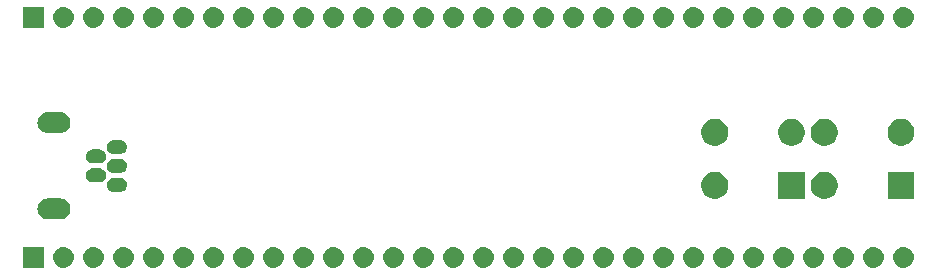
<source format=gbs>
G04 #@! TF.GenerationSoftware,KiCad,Pcbnew,5.1.3-ffb9f22~84~ubuntu18.04.1*
G04 #@! TF.CreationDate,2019-07-27T17:07:59-05:00*
G04 #@! TF.ProjectId,2055-LPC51U68JBD64-breakout,32303535-2d4c-4504-9335-315536384a42,rev?*
G04 #@! TF.SameCoordinates,Original*
G04 #@! TF.FileFunction,Soldermask,Bot*
G04 #@! TF.FilePolarity,Negative*
%FSLAX46Y46*%
G04 Gerber Fmt 4.6, Leading zero omitted, Abs format (unit mm)*
G04 Created by KiCad (PCBNEW 5.1.3-ffb9f22~84~ubuntu18.04.1) date 2019-07-27 17:07:59*
%MOMM*%
%LPD*%
G04 APERTURE LIST*
%ADD10C,0.100000*%
G04 APERTURE END LIST*
D10*
G36*
X162175298Y-110376750D02*
G01*
X162342706Y-110427533D01*
X162496989Y-110509999D01*
X162632220Y-110620980D01*
X162743201Y-110756211D01*
X162825667Y-110910494D01*
X162876450Y-111077902D01*
X162893597Y-111252000D01*
X162876450Y-111426098D01*
X162825667Y-111593506D01*
X162743201Y-111747789D01*
X162632220Y-111883020D01*
X162496989Y-111994001D01*
X162342706Y-112076467D01*
X162175298Y-112127250D01*
X162044829Y-112140100D01*
X161957571Y-112140100D01*
X161827102Y-112127250D01*
X161659694Y-112076467D01*
X161505411Y-111994001D01*
X161370180Y-111883020D01*
X161259199Y-111747789D01*
X161176733Y-111593506D01*
X161125950Y-111426098D01*
X161108803Y-111252000D01*
X161125950Y-111077902D01*
X161176733Y-110910494D01*
X161259199Y-110756211D01*
X161370180Y-110620980D01*
X161505411Y-110509999D01*
X161659694Y-110427533D01*
X161827102Y-110376750D01*
X161957571Y-110363900D01*
X162044829Y-110363900D01*
X162175298Y-110376750D01*
X162175298Y-110376750D01*
G37*
G36*
X154555298Y-110376750D02*
G01*
X154722706Y-110427533D01*
X154876989Y-110509999D01*
X155012220Y-110620980D01*
X155123201Y-110756211D01*
X155205667Y-110910494D01*
X155256450Y-111077902D01*
X155273597Y-111252000D01*
X155256450Y-111426098D01*
X155205667Y-111593506D01*
X155123201Y-111747789D01*
X155012220Y-111883020D01*
X154876989Y-111994001D01*
X154722706Y-112076467D01*
X154555298Y-112127250D01*
X154424829Y-112140100D01*
X154337571Y-112140100D01*
X154207102Y-112127250D01*
X154039694Y-112076467D01*
X153885411Y-111994001D01*
X153750180Y-111883020D01*
X153639199Y-111747789D01*
X153556733Y-111593506D01*
X153505950Y-111426098D01*
X153488803Y-111252000D01*
X153505950Y-111077902D01*
X153556733Y-110910494D01*
X153639199Y-110756211D01*
X153750180Y-110620980D01*
X153885411Y-110509999D01*
X154039694Y-110427533D01*
X154207102Y-110376750D01*
X154337571Y-110363900D01*
X154424829Y-110363900D01*
X154555298Y-110376750D01*
X154555298Y-110376750D01*
G37*
G36*
X187575298Y-110376750D02*
G01*
X187742706Y-110427533D01*
X187896989Y-110509999D01*
X188032220Y-110620980D01*
X188143201Y-110756211D01*
X188225667Y-110910494D01*
X188276450Y-111077902D01*
X188293597Y-111252000D01*
X188276450Y-111426098D01*
X188225667Y-111593506D01*
X188143201Y-111747789D01*
X188032220Y-111883020D01*
X187896989Y-111994001D01*
X187742706Y-112076467D01*
X187575298Y-112127250D01*
X187444829Y-112140100D01*
X187357571Y-112140100D01*
X187227102Y-112127250D01*
X187059694Y-112076467D01*
X186905411Y-111994001D01*
X186770180Y-111883020D01*
X186659199Y-111747789D01*
X186576733Y-111593506D01*
X186525950Y-111426098D01*
X186508803Y-111252000D01*
X186525950Y-111077902D01*
X186576733Y-110910494D01*
X186659199Y-110756211D01*
X186770180Y-110620980D01*
X186905411Y-110509999D01*
X187059694Y-110427533D01*
X187227102Y-110376750D01*
X187357571Y-110363900D01*
X187444829Y-110363900D01*
X187575298Y-110376750D01*
X187575298Y-110376750D01*
G37*
G36*
X185035298Y-110376750D02*
G01*
X185202706Y-110427533D01*
X185356989Y-110509999D01*
X185492220Y-110620980D01*
X185603201Y-110756211D01*
X185685667Y-110910494D01*
X185736450Y-111077902D01*
X185753597Y-111252000D01*
X185736450Y-111426098D01*
X185685667Y-111593506D01*
X185603201Y-111747789D01*
X185492220Y-111883020D01*
X185356989Y-111994001D01*
X185202706Y-112076467D01*
X185035298Y-112127250D01*
X184904829Y-112140100D01*
X184817571Y-112140100D01*
X184687102Y-112127250D01*
X184519694Y-112076467D01*
X184365411Y-111994001D01*
X184230180Y-111883020D01*
X184119199Y-111747789D01*
X184036733Y-111593506D01*
X183985950Y-111426098D01*
X183968803Y-111252000D01*
X183985950Y-111077902D01*
X184036733Y-110910494D01*
X184119199Y-110756211D01*
X184230180Y-110620980D01*
X184365411Y-110509999D01*
X184519694Y-110427533D01*
X184687102Y-110376750D01*
X184817571Y-110363900D01*
X184904829Y-110363900D01*
X185035298Y-110376750D01*
X185035298Y-110376750D01*
G37*
G36*
X182495298Y-110376750D02*
G01*
X182662706Y-110427533D01*
X182816989Y-110509999D01*
X182952220Y-110620980D01*
X183063201Y-110756211D01*
X183145667Y-110910494D01*
X183196450Y-111077902D01*
X183213597Y-111252000D01*
X183196450Y-111426098D01*
X183145667Y-111593506D01*
X183063201Y-111747789D01*
X182952220Y-111883020D01*
X182816989Y-111994001D01*
X182662706Y-112076467D01*
X182495298Y-112127250D01*
X182364829Y-112140100D01*
X182277571Y-112140100D01*
X182147102Y-112127250D01*
X181979694Y-112076467D01*
X181825411Y-111994001D01*
X181690180Y-111883020D01*
X181579199Y-111747789D01*
X181496733Y-111593506D01*
X181445950Y-111426098D01*
X181428803Y-111252000D01*
X181445950Y-111077902D01*
X181496733Y-110910494D01*
X181579199Y-110756211D01*
X181690180Y-110620980D01*
X181825411Y-110509999D01*
X181979694Y-110427533D01*
X182147102Y-110376750D01*
X182277571Y-110363900D01*
X182364829Y-110363900D01*
X182495298Y-110376750D01*
X182495298Y-110376750D01*
G37*
G36*
X179955298Y-110376750D02*
G01*
X180122706Y-110427533D01*
X180276989Y-110509999D01*
X180412220Y-110620980D01*
X180523201Y-110756211D01*
X180605667Y-110910494D01*
X180656450Y-111077902D01*
X180673597Y-111252000D01*
X180656450Y-111426098D01*
X180605667Y-111593506D01*
X180523201Y-111747789D01*
X180412220Y-111883020D01*
X180276989Y-111994001D01*
X180122706Y-112076467D01*
X179955298Y-112127250D01*
X179824829Y-112140100D01*
X179737571Y-112140100D01*
X179607102Y-112127250D01*
X179439694Y-112076467D01*
X179285411Y-111994001D01*
X179150180Y-111883020D01*
X179039199Y-111747789D01*
X178956733Y-111593506D01*
X178905950Y-111426098D01*
X178888803Y-111252000D01*
X178905950Y-111077902D01*
X178956733Y-110910494D01*
X179039199Y-110756211D01*
X179150180Y-110620980D01*
X179285411Y-110509999D01*
X179439694Y-110427533D01*
X179607102Y-110376750D01*
X179737571Y-110363900D01*
X179824829Y-110363900D01*
X179955298Y-110376750D01*
X179955298Y-110376750D01*
G37*
G36*
X177415298Y-110376750D02*
G01*
X177582706Y-110427533D01*
X177736989Y-110509999D01*
X177872220Y-110620980D01*
X177983201Y-110756211D01*
X178065667Y-110910494D01*
X178116450Y-111077902D01*
X178133597Y-111252000D01*
X178116450Y-111426098D01*
X178065667Y-111593506D01*
X177983201Y-111747789D01*
X177872220Y-111883020D01*
X177736989Y-111994001D01*
X177582706Y-112076467D01*
X177415298Y-112127250D01*
X177284829Y-112140100D01*
X177197571Y-112140100D01*
X177067102Y-112127250D01*
X176899694Y-112076467D01*
X176745411Y-111994001D01*
X176610180Y-111883020D01*
X176499199Y-111747789D01*
X176416733Y-111593506D01*
X176365950Y-111426098D01*
X176348803Y-111252000D01*
X176365950Y-111077902D01*
X176416733Y-110910494D01*
X176499199Y-110756211D01*
X176610180Y-110620980D01*
X176745411Y-110509999D01*
X176899694Y-110427533D01*
X177067102Y-110376750D01*
X177197571Y-110363900D01*
X177284829Y-110363900D01*
X177415298Y-110376750D01*
X177415298Y-110376750D01*
G37*
G36*
X174875298Y-110376750D02*
G01*
X175042706Y-110427533D01*
X175196989Y-110509999D01*
X175332220Y-110620980D01*
X175443201Y-110756211D01*
X175525667Y-110910494D01*
X175576450Y-111077902D01*
X175593597Y-111252000D01*
X175576450Y-111426098D01*
X175525667Y-111593506D01*
X175443201Y-111747789D01*
X175332220Y-111883020D01*
X175196989Y-111994001D01*
X175042706Y-112076467D01*
X174875298Y-112127250D01*
X174744829Y-112140100D01*
X174657571Y-112140100D01*
X174527102Y-112127250D01*
X174359694Y-112076467D01*
X174205411Y-111994001D01*
X174070180Y-111883020D01*
X173959199Y-111747789D01*
X173876733Y-111593506D01*
X173825950Y-111426098D01*
X173808803Y-111252000D01*
X173825950Y-111077902D01*
X173876733Y-110910494D01*
X173959199Y-110756211D01*
X174070180Y-110620980D01*
X174205411Y-110509999D01*
X174359694Y-110427533D01*
X174527102Y-110376750D01*
X174657571Y-110363900D01*
X174744829Y-110363900D01*
X174875298Y-110376750D01*
X174875298Y-110376750D01*
G37*
G36*
X172335298Y-110376750D02*
G01*
X172502706Y-110427533D01*
X172656989Y-110509999D01*
X172792220Y-110620980D01*
X172903201Y-110756211D01*
X172985667Y-110910494D01*
X173036450Y-111077902D01*
X173053597Y-111252000D01*
X173036450Y-111426098D01*
X172985667Y-111593506D01*
X172903201Y-111747789D01*
X172792220Y-111883020D01*
X172656989Y-111994001D01*
X172502706Y-112076467D01*
X172335298Y-112127250D01*
X172204829Y-112140100D01*
X172117571Y-112140100D01*
X171987102Y-112127250D01*
X171819694Y-112076467D01*
X171665411Y-111994001D01*
X171530180Y-111883020D01*
X171419199Y-111747789D01*
X171336733Y-111593506D01*
X171285950Y-111426098D01*
X171268803Y-111252000D01*
X171285950Y-111077902D01*
X171336733Y-110910494D01*
X171419199Y-110756211D01*
X171530180Y-110620980D01*
X171665411Y-110509999D01*
X171819694Y-110427533D01*
X171987102Y-110376750D01*
X172117571Y-110363900D01*
X172204829Y-110363900D01*
X172335298Y-110376750D01*
X172335298Y-110376750D01*
G37*
G36*
X169795298Y-110376750D02*
G01*
X169962706Y-110427533D01*
X170116989Y-110509999D01*
X170252220Y-110620980D01*
X170363201Y-110756211D01*
X170445667Y-110910494D01*
X170496450Y-111077902D01*
X170513597Y-111252000D01*
X170496450Y-111426098D01*
X170445667Y-111593506D01*
X170363201Y-111747789D01*
X170252220Y-111883020D01*
X170116989Y-111994001D01*
X169962706Y-112076467D01*
X169795298Y-112127250D01*
X169664829Y-112140100D01*
X169577571Y-112140100D01*
X169447102Y-112127250D01*
X169279694Y-112076467D01*
X169125411Y-111994001D01*
X168990180Y-111883020D01*
X168879199Y-111747789D01*
X168796733Y-111593506D01*
X168745950Y-111426098D01*
X168728803Y-111252000D01*
X168745950Y-111077902D01*
X168796733Y-110910494D01*
X168879199Y-110756211D01*
X168990180Y-110620980D01*
X169125411Y-110509999D01*
X169279694Y-110427533D01*
X169447102Y-110376750D01*
X169577571Y-110363900D01*
X169664829Y-110363900D01*
X169795298Y-110376750D01*
X169795298Y-110376750D01*
G37*
G36*
X167255298Y-110376750D02*
G01*
X167422706Y-110427533D01*
X167576989Y-110509999D01*
X167712220Y-110620980D01*
X167823201Y-110756211D01*
X167905667Y-110910494D01*
X167956450Y-111077902D01*
X167973597Y-111252000D01*
X167956450Y-111426098D01*
X167905667Y-111593506D01*
X167823201Y-111747789D01*
X167712220Y-111883020D01*
X167576989Y-111994001D01*
X167422706Y-112076467D01*
X167255298Y-112127250D01*
X167124829Y-112140100D01*
X167037571Y-112140100D01*
X166907102Y-112127250D01*
X166739694Y-112076467D01*
X166585411Y-111994001D01*
X166450180Y-111883020D01*
X166339199Y-111747789D01*
X166256733Y-111593506D01*
X166205950Y-111426098D01*
X166188803Y-111252000D01*
X166205950Y-111077902D01*
X166256733Y-110910494D01*
X166339199Y-110756211D01*
X166450180Y-110620980D01*
X166585411Y-110509999D01*
X166739694Y-110427533D01*
X166907102Y-110376750D01*
X167037571Y-110363900D01*
X167124829Y-110363900D01*
X167255298Y-110376750D01*
X167255298Y-110376750D01*
G37*
G36*
X164715298Y-110376750D02*
G01*
X164882706Y-110427533D01*
X165036989Y-110509999D01*
X165172220Y-110620980D01*
X165283201Y-110756211D01*
X165365667Y-110910494D01*
X165416450Y-111077902D01*
X165433597Y-111252000D01*
X165416450Y-111426098D01*
X165365667Y-111593506D01*
X165283201Y-111747789D01*
X165172220Y-111883020D01*
X165036989Y-111994001D01*
X164882706Y-112076467D01*
X164715298Y-112127250D01*
X164584829Y-112140100D01*
X164497571Y-112140100D01*
X164367102Y-112127250D01*
X164199694Y-112076467D01*
X164045411Y-111994001D01*
X163910180Y-111883020D01*
X163799199Y-111747789D01*
X163716733Y-111593506D01*
X163665950Y-111426098D01*
X163648803Y-111252000D01*
X163665950Y-111077902D01*
X163716733Y-110910494D01*
X163799199Y-110756211D01*
X163910180Y-110620980D01*
X164045411Y-110509999D01*
X164199694Y-110427533D01*
X164367102Y-110376750D01*
X164497571Y-110363900D01*
X164584829Y-110363900D01*
X164715298Y-110376750D01*
X164715298Y-110376750D01*
G37*
G36*
X159635298Y-110376750D02*
G01*
X159802706Y-110427533D01*
X159956989Y-110509999D01*
X160092220Y-110620980D01*
X160203201Y-110756211D01*
X160285667Y-110910494D01*
X160336450Y-111077902D01*
X160353597Y-111252000D01*
X160336450Y-111426098D01*
X160285667Y-111593506D01*
X160203201Y-111747789D01*
X160092220Y-111883020D01*
X159956989Y-111994001D01*
X159802706Y-112076467D01*
X159635298Y-112127250D01*
X159504829Y-112140100D01*
X159417571Y-112140100D01*
X159287102Y-112127250D01*
X159119694Y-112076467D01*
X158965411Y-111994001D01*
X158830180Y-111883020D01*
X158719199Y-111747789D01*
X158636733Y-111593506D01*
X158585950Y-111426098D01*
X158568803Y-111252000D01*
X158585950Y-111077902D01*
X158636733Y-110910494D01*
X158719199Y-110756211D01*
X158830180Y-110620980D01*
X158965411Y-110509999D01*
X159119694Y-110427533D01*
X159287102Y-110376750D01*
X159417571Y-110363900D01*
X159504829Y-110363900D01*
X159635298Y-110376750D01*
X159635298Y-110376750D01*
G37*
G36*
X157095298Y-110376750D02*
G01*
X157262706Y-110427533D01*
X157416989Y-110509999D01*
X157552220Y-110620980D01*
X157663201Y-110756211D01*
X157745667Y-110910494D01*
X157796450Y-111077902D01*
X157813597Y-111252000D01*
X157796450Y-111426098D01*
X157745667Y-111593506D01*
X157663201Y-111747789D01*
X157552220Y-111883020D01*
X157416989Y-111994001D01*
X157262706Y-112076467D01*
X157095298Y-112127250D01*
X156964829Y-112140100D01*
X156877571Y-112140100D01*
X156747102Y-112127250D01*
X156579694Y-112076467D01*
X156425411Y-111994001D01*
X156290180Y-111883020D01*
X156179199Y-111747789D01*
X156096733Y-111593506D01*
X156045950Y-111426098D01*
X156028803Y-111252000D01*
X156045950Y-111077902D01*
X156096733Y-110910494D01*
X156179199Y-110756211D01*
X156290180Y-110620980D01*
X156425411Y-110509999D01*
X156579694Y-110427533D01*
X156747102Y-110376750D01*
X156877571Y-110363900D01*
X156964829Y-110363900D01*
X157095298Y-110376750D01*
X157095298Y-110376750D01*
G37*
G36*
X114629300Y-112140100D02*
G01*
X112853100Y-112140100D01*
X112853100Y-110363900D01*
X114629300Y-110363900D01*
X114629300Y-112140100D01*
X114629300Y-112140100D01*
G37*
G36*
X126615298Y-110376750D02*
G01*
X126782706Y-110427533D01*
X126936989Y-110509999D01*
X127072220Y-110620980D01*
X127183201Y-110756211D01*
X127265667Y-110910494D01*
X127316450Y-111077902D01*
X127333597Y-111252000D01*
X127316450Y-111426098D01*
X127265667Y-111593506D01*
X127183201Y-111747789D01*
X127072220Y-111883020D01*
X126936989Y-111994001D01*
X126782706Y-112076467D01*
X126615298Y-112127250D01*
X126484829Y-112140100D01*
X126397571Y-112140100D01*
X126267102Y-112127250D01*
X126099694Y-112076467D01*
X125945411Y-111994001D01*
X125810180Y-111883020D01*
X125699199Y-111747789D01*
X125616733Y-111593506D01*
X125565950Y-111426098D01*
X125548803Y-111252000D01*
X125565950Y-111077902D01*
X125616733Y-110910494D01*
X125699199Y-110756211D01*
X125810180Y-110620980D01*
X125945411Y-110509999D01*
X126099694Y-110427533D01*
X126267102Y-110376750D01*
X126397571Y-110363900D01*
X126484829Y-110363900D01*
X126615298Y-110376750D01*
X126615298Y-110376750D01*
G37*
G36*
X116455298Y-110376750D02*
G01*
X116622706Y-110427533D01*
X116776989Y-110509999D01*
X116912220Y-110620980D01*
X117023201Y-110756211D01*
X117105667Y-110910494D01*
X117156450Y-111077902D01*
X117173597Y-111252000D01*
X117156450Y-111426098D01*
X117105667Y-111593506D01*
X117023201Y-111747789D01*
X116912220Y-111883020D01*
X116776989Y-111994001D01*
X116622706Y-112076467D01*
X116455298Y-112127250D01*
X116324829Y-112140100D01*
X116237571Y-112140100D01*
X116107102Y-112127250D01*
X115939694Y-112076467D01*
X115785411Y-111994001D01*
X115650180Y-111883020D01*
X115539199Y-111747789D01*
X115456733Y-111593506D01*
X115405950Y-111426098D01*
X115388803Y-111252000D01*
X115405950Y-111077902D01*
X115456733Y-110910494D01*
X115539199Y-110756211D01*
X115650180Y-110620980D01*
X115785411Y-110509999D01*
X115939694Y-110427533D01*
X116107102Y-110376750D01*
X116237571Y-110363900D01*
X116324829Y-110363900D01*
X116455298Y-110376750D01*
X116455298Y-110376750D01*
G37*
G36*
X118995298Y-110376750D02*
G01*
X119162706Y-110427533D01*
X119316989Y-110509999D01*
X119452220Y-110620980D01*
X119563201Y-110756211D01*
X119645667Y-110910494D01*
X119696450Y-111077902D01*
X119713597Y-111252000D01*
X119696450Y-111426098D01*
X119645667Y-111593506D01*
X119563201Y-111747789D01*
X119452220Y-111883020D01*
X119316989Y-111994001D01*
X119162706Y-112076467D01*
X118995298Y-112127250D01*
X118864829Y-112140100D01*
X118777571Y-112140100D01*
X118647102Y-112127250D01*
X118479694Y-112076467D01*
X118325411Y-111994001D01*
X118190180Y-111883020D01*
X118079199Y-111747789D01*
X117996733Y-111593506D01*
X117945950Y-111426098D01*
X117928803Y-111252000D01*
X117945950Y-111077902D01*
X117996733Y-110910494D01*
X118079199Y-110756211D01*
X118190180Y-110620980D01*
X118325411Y-110509999D01*
X118479694Y-110427533D01*
X118647102Y-110376750D01*
X118777571Y-110363900D01*
X118864829Y-110363900D01*
X118995298Y-110376750D01*
X118995298Y-110376750D01*
G37*
G36*
X121535298Y-110376750D02*
G01*
X121702706Y-110427533D01*
X121856989Y-110509999D01*
X121992220Y-110620980D01*
X122103201Y-110756211D01*
X122185667Y-110910494D01*
X122236450Y-111077902D01*
X122253597Y-111252000D01*
X122236450Y-111426098D01*
X122185667Y-111593506D01*
X122103201Y-111747789D01*
X121992220Y-111883020D01*
X121856989Y-111994001D01*
X121702706Y-112076467D01*
X121535298Y-112127250D01*
X121404829Y-112140100D01*
X121317571Y-112140100D01*
X121187102Y-112127250D01*
X121019694Y-112076467D01*
X120865411Y-111994001D01*
X120730180Y-111883020D01*
X120619199Y-111747789D01*
X120536733Y-111593506D01*
X120485950Y-111426098D01*
X120468803Y-111252000D01*
X120485950Y-111077902D01*
X120536733Y-110910494D01*
X120619199Y-110756211D01*
X120730180Y-110620980D01*
X120865411Y-110509999D01*
X121019694Y-110427533D01*
X121187102Y-110376750D01*
X121317571Y-110363900D01*
X121404829Y-110363900D01*
X121535298Y-110376750D01*
X121535298Y-110376750D01*
G37*
G36*
X124075298Y-110376750D02*
G01*
X124242706Y-110427533D01*
X124396989Y-110509999D01*
X124532220Y-110620980D01*
X124643201Y-110756211D01*
X124725667Y-110910494D01*
X124776450Y-111077902D01*
X124793597Y-111252000D01*
X124776450Y-111426098D01*
X124725667Y-111593506D01*
X124643201Y-111747789D01*
X124532220Y-111883020D01*
X124396989Y-111994001D01*
X124242706Y-112076467D01*
X124075298Y-112127250D01*
X123944829Y-112140100D01*
X123857571Y-112140100D01*
X123727102Y-112127250D01*
X123559694Y-112076467D01*
X123405411Y-111994001D01*
X123270180Y-111883020D01*
X123159199Y-111747789D01*
X123076733Y-111593506D01*
X123025950Y-111426098D01*
X123008803Y-111252000D01*
X123025950Y-111077902D01*
X123076733Y-110910494D01*
X123159199Y-110756211D01*
X123270180Y-110620980D01*
X123405411Y-110509999D01*
X123559694Y-110427533D01*
X123727102Y-110376750D01*
X123857571Y-110363900D01*
X123944829Y-110363900D01*
X124075298Y-110376750D01*
X124075298Y-110376750D01*
G37*
G36*
X152015298Y-110376750D02*
G01*
X152182706Y-110427533D01*
X152336989Y-110509999D01*
X152472220Y-110620980D01*
X152583201Y-110756211D01*
X152665667Y-110910494D01*
X152716450Y-111077902D01*
X152733597Y-111252000D01*
X152716450Y-111426098D01*
X152665667Y-111593506D01*
X152583201Y-111747789D01*
X152472220Y-111883020D01*
X152336989Y-111994001D01*
X152182706Y-112076467D01*
X152015298Y-112127250D01*
X151884829Y-112140100D01*
X151797571Y-112140100D01*
X151667102Y-112127250D01*
X151499694Y-112076467D01*
X151345411Y-111994001D01*
X151210180Y-111883020D01*
X151099199Y-111747789D01*
X151016733Y-111593506D01*
X150965950Y-111426098D01*
X150948803Y-111252000D01*
X150965950Y-111077902D01*
X151016733Y-110910494D01*
X151099199Y-110756211D01*
X151210180Y-110620980D01*
X151345411Y-110509999D01*
X151499694Y-110427533D01*
X151667102Y-110376750D01*
X151797571Y-110363900D01*
X151884829Y-110363900D01*
X152015298Y-110376750D01*
X152015298Y-110376750D01*
G37*
G36*
X129155298Y-110376750D02*
G01*
X129322706Y-110427533D01*
X129476989Y-110509999D01*
X129612220Y-110620980D01*
X129723201Y-110756211D01*
X129805667Y-110910494D01*
X129856450Y-111077902D01*
X129873597Y-111252000D01*
X129856450Y-111426098D01*
X129805667Y-111593506D01*
X129723201Y-111747789D01*
X129612220Y-111883020D01*
X129476989Y-111994001D01*
X129322706Y-112076467D01*
X129155298Y-112127250D01*
X129024829Y-112140100D01*
X128937571Y-112140100D01*
X128807102Y-112127250D01*
X128639694Y-112076467D01*
X128485411Y-111994001D01*
X128350180Y-111883020D01*
X128239199Y-111747789D01*
X128156733Y-111593506D01*
X128105950Y-111426098D01*
X128088803Y-111252000D01*
X128105950Y-111077902D01*
X128156733Y-110910494D01*
X128239199Y-110756211D01*
X128350180Y-110620980D01*
X128485411Y-110509999D01*
X128639694Y-110427533D01*
X128807102Y-110376750D01*
X128937571Y-110363900D01*
X129024829Y-110363900D01*
X129155298Y-110376750D01*
X129155298Y-110376750D01*
G37*
G36*
X131695298Y-110376750D02*
G01*
X131862706Y-110427533D01*
X132016989Y-110509999D01*
X132152220Y-110620980D01*
X132263201Y-110756211D01*
X132345667Y-110910494D01*
X132396450Y-111077902D01*
X132413597Y-111252000D01*
X132396450Y-111426098D01*
X132345667Y-111593506D01*
X132263201Y-111747789D01*
X132152220Y-111883020D01*
X132016989Y-111994001D01*
X131862706Y-112076467D01*
X131695298Y-112127250D01*
X131564829Y-112140100D01*
X131477571Y-112140100D01*
X131347102Y-112127250D01*
X131179694Y-112076467D01*
X131025411Y-111994001D01*
X130890180Y-111883020D01*
X130779199Y-111747789D01*
X130696733Y-111593506D01*
X130645950Y-111426098D01*
X130628803Y-111252000D01*
X130645950Y-111077902D01*
X130696733Y-110910494D01*
X130779199Y-110756211D01*
X130890180Y-110620980D01*
X131025411Y-110509999D01*
X131179694Y-110427533D01*
X131347102Y-110376750D01*
X131477571Y-110363900D01*
X131564829Y-110363900D01*
X131695298Y-110376750D01*
X131695298Y-110376750D01*
G37*
G36*
X134235298Y-110376750D02*
G01*
X134402706Y-110427533D01*
X134556989Y-110509999D01*
X134692220Y-110620980D01*
X134803201Y-110756211D01*
X134885667Y-110910494D01*
X134936450Y-111077902D01*
X134953597Y-111252000D01*
X134936450Y-111426098D01*
X134885667Y-111593506D01*
X134803201Y-111747789D01*
X134692220Y-111883020D01*
X134556989Y-111994001D01*
X134402706Y-112076467D01*
X134235298Y-112127250D01*
X134104829Y-112140100D01*
X134017571Y-112140100D01*
X133887102Y-112127250D01*
X133719694Y-112076467D01*
X133565411Y-111994001D01*
X133430180Y-111883020D01*
X133319199Y-111747789D01*
X133236733Y-111593506D01*
X133185950Y-111426098D01*
X133168803Y-111252000D01*
X133185950Y-111077902D01*
X133236733Y-110910494D01*
X133319199Y-110756211D01*
X133430180Y-110620980D01*
X133565411Y-110509999D01*
X133719694Y-110427533D01*
X133887102Y-110376750D01*
X134017571Y-110363900D01*
X134104829Y-110363900D01*
X134235298Y-110376750D01*
X134235298Y-110376750D01*
G37*
G36*
X136775298Y-110376750D02*
G01*
X136942706Y-110427533D01*
X137096989Y-110509999D01*
X137232220Y-110620980D01*
X137343201Y-110756211D01*
X137425667Y-110910494D01*
X137476450Y-111077902D01*
X137493597Y-111252000D01*
X137476450Y-111426098D01*
X137425667Y-111593506D01*
X137343201Y-111747789D01*
X137232220Y-111883020D01*
X137096989Y-111994001D01*
X136942706Y-112076467D01*
X136775298Y-112127250D01*
X136644829Y-112140100D01*
X136557571Y-112140100D01*
X136427102Y-112127250D01*
X136259694Y-112076467D01*
X136105411Y-111994001D01*
X135970180Y-111883020D01*
X135859199Y-111747789D01*
X135776733Y-111593506D01*
X135725950Y-111426098D01*
X135708803Y-111252000D01*
X135725950Y-111077902D01*
X135776733Y-110910494D01*
X135859199Y-110756211D01*
X135970180Y-110620980D01*
X136105411Y-110509999D01*
X136259694Y-110427533D01*
X136427102Y-110376750D01*
X136557571Y-110363900D01*
X136644829Y-110363900D01*
X136775298Y-110376750D01*
X136775298Y-110376750D01*
G37*
G36*
X139315298Y-110376750D02*
G01*
X139482706Y-110427533D01*
X139636989Y-110509999D01*
X139772220Y-110620980D01*
X139883201Y-110756211D01*
X139965667Y-110910494D01*
X140016450Y-111077902D01*
X140033597Y-111252000D01*
X140016450Y-111426098D01*
X139965667Y-111593506D01*
X139883201Y-111747789D01*
X139772220Y-111883020D01*
X139636989Y-111994001D01*
X139482706Y-112076467D01*
X139315298Y-112127250D01*
X139184829Y-112140100D01*
X139097571Y-112140100D01*
X138967102Y-112127250D01*
X138799694Y-112076467D01*
X138645411Y-111994001D01*
X138510180Y-111883020D01*
X138399199Y-111747789D01*
X138316733Y-111593506D01*
X138265950Y-111426098D01*
X138248803Y-111252000D01*
X138265950Y-111077902D01*
X138316733Y-110910494D01*
X138399199Y-110756211D01*
X138510180Y-110620980D01*
X138645411Y-110509999D01*
X138799694Y-110427533D01*
X138967102Y-110376750D01*
X139097571Y-110363900D01*
X139184829Y-110363900D01*
X139315298Y-110376750D01*
X139315298Y-110376750D01*
G37*
G36*
X141855298Y-110376750D02*
G01*
X142022706Y-110427533D01*
X142176989Y-110509999D01*
X142312220Y-110620980D01*
X142423201Y-110756211D01*
X142505667Y-110910494D01*
X142556450Y-111077902D01*
X142573597Y-111252000D01*
X142556450Y-111426098D01*
X142505667Y-111593506D01*
X142423201Y-111747789D01*
X142312220Y-111883020D01*
X142176989Y-111994001D01*
X142022706Y-112076467D01*
X141855298Y-112127250D01*
X141724829Y-112140100D01*
X141637571Y-112140100D01*
X141507102Y-112127250D01*
X141339694Y-112076467D01*
X141185411Y-111994001D01*
X141050180Y-111883020D01*
X140939199Y-111747789D01*
X140856733Y-111593506D01*
X140805950Y-111426098D01*
X140788803Y-111252000D01*
X140805950Y-111077902D01*
X140856733Y-110910494D01*
X140939199Y-110756211D01*
X141050180Y-110620980D01*
X141185411Y-110509999D01*
X141339694Y-110427533D01*
X141507102Y-110376750D01*
X141637571Y-110363900D01*
X141724829Y-110363900D01*
X141855298Y-110376750D01*
X141855298Y-110376750D01*
G37*
G36*
X144395298Y-110376750D02*
G01*
X144562706Y-110427533D01*
X144716989Y-110509999D01*
X144852220Y-110620980D01*
X144963201Y-110756211D01*
X145045667Y-110910494D01*
X145096450Y-111077902D01*
X145113597Y-111252000D01*
X145096450Y-111426098D01*
X145045667Y-111593506D01*
X144963201Y-111747789D01*
X144852220Y-111883020D01*
X144716989Y-111994001D01*
X144562706Y-112076467D01*
X144395298Y-112127250D01*
X144264829Y-112140100D01*
X144177571Y-112140100D01*
X144047102Y-112127250D01*
X143879694Y-112076467D01*
X143725411Y-111994001D01*
X143590180Y-111883020D01*
X143479199Y-111747789D01*
X143396733Y-111593506D01*
X143345950Y-111426098D01*
X143328803Y-111252000D01*
X143345950Y-111077902D01*
X143396733Y-110910494D01*
X143479199Y-110756211D01*
X143590180Y-110620980D01*
X143725411Y-110509999D01*
X143879694Y-110427533D01*
X144047102Y-110376750D01*
X144177571Y-110363900D01*
X144264829Y-110363900D01*
X144395298Y-110376750D01*
X144395298Y-110376750D01*
G37*
G36*
X146935298Y-110376750D02*
G01*
X147102706Y-110427533D01*
X147256989Y-110509999D01*
X147392220Y-110620980D01*
X147503201Y-110756211D01*
X147585667Y-110910494D01*
X147636450Y-111077902D01*
X147653597Y-111252000D01*
X147636450Y-111426098D01*
X147585667Y-111593506D01*
X147503201Y-111747789D01*
X147392220Y-111883020D01*
X147256989Y-111994001D01*
X147102706Y-112076467D01*
X146935298Y-112127250D01*
X146804829Y-112140100D01*
X146717571Y-112140100D01*
X146587102Y-112127250D01*
X146419694Y-112076467D01*
X146265411Y-111994001D01*
X146130180Y-111883020D01*
X146019199Y-111747789D01*
X145936733Y-111593506D01*
X145885950Y-111426098D01*
X145868803Y-111252000D01*
X145885950Y-111077902D01*
X145936733Y-110910494D01*
X146019199Y-110756211D01*
X146130180Y-110620980D01*
X146265411Y-110509999D01*
X146419694Y-110427533D01*
X146587102Y-110376750D01*
X146717571Y-110363900D01*
X146804829Y-110363900D01*
X146935298Y-110376750D01*
X146935298Y-110376750D01*
G37*
G36*
X149475298Y-110376750D02*
G01*
X149642706Y-110427533D01*
X149796989Y-110509999D01*
X149932220Y-110620980D01*
X150043201Y-110756211D01*
X150125667Y-110910494D01*
X150176450Y-111077902D01*
X150193597Y-111252000D01*
X150176450Y-111426098D01*
X150125667Y-111593506D01*
X150043201Y-111747789D01*
X149932220Y-111883020D01*
X149796989Y-111994001D01*
X149642706Y-112076467D01*
X149475298Y-112127250D01*
X149344829Y-112140100D01*
X149257571Y-112140100D01*
X149127102Y-112127250D01*
X148959694Y-112076467D01*
X148805411Y-111994001D01*
X148670180Y-111883020D01*
X148559199Y-111747789D01*
X148476733Y-111593506D01*
X148425950Y-111426098D01*
X148408803Y-111252000D01*
X148425950Y-111077902D01*
X148476733Y-110910494D01*
X148559199Y-110756211D01*
X148670180Y-110620980D01*
X148805411Y-110509999D01*
X148959694Y-110427533D01*
X149127102Y-110376750D01*
X149257571Y-110363900D01*
X149344829Y-110363900D01*
X149475298Y-110376750D01*
X149475298Y-110376750D01*
G37*
G36*
X116147098Y-106279750D02*
G01*
X116314506Y-106330533D01*
X116468789Y-106412999D01*
X116604020Y-106523980D01*
X116715001Y-106659211D01*
X116797467Y-106813494D01*
X116848250Y-106980902D01*
X116865397Y-107155000D01*
X116848250Y-107329098D01*
X116797467Y-107496506D01*
X116715001Y-107650789D01*
X116604020Y-107786020D01*
X116468789Y-107897001D01*
X116314506Y-107979467D01*
X116147098Y-108030250D01*
X116016629Y-108043100D01*
X114929371Y-108043100D01*
X114798902Y-108030250D01*
X114631494Y-107979467D01*
X114477211Y-107897001D01*
X114341980Y-107786020D01*
X114230999Y-107650789D01*
X114148533Y-107496506D01*
X114097750Y-107329098D01*
X114080603Y-107155000D01*
X114097750Y-106980902D01*
X114148533Y-106813494D01*
X114230999Y-106659211D01*
X114341980Y-106523980D01*
X114477211Y-106412999D01*
X114631494Y-106330533D01*
X114798902Y-106279750D01*
X114929371Y-106266900D01*
X116016629Y-106266900D01*
X116147098Y-106279750D01*
X116147098Y-106279750D01*
G37*
G36*
X171758972Y-104061636D02*
G01*
X171966092Y-104147428D01*
X172152498Y-104271981D01*
X172311019Y-104430502D01*
X172435572Y-104616908D01*
X172521364Y-104824028D01*
X172565100Y-105043907D01*
X172565100Y-105268093D01*
X172521364Y-105487972D01*
X172435572Y-105695092D01*
X172311019Y-105881498D01*
X172152498Y-106040019D01*
X171966092Y-106164572D01*
X171758972Y-106250364D01*
X171539093Y-106294100D01*
X171314907Y-106294100D01*
X171095028Y-106250364D01*
X170887908Y-106164572D01*
X170701502Y-106040019D01*
X170542981Y-105881498D01*
X170418428Y-105695092D01*
X170332636Y-105487972D01*
X170288900Y-105268093D01*
X170288900Y-105043907D01*
X170332636Y-104824028D01*
X170418428Y-104616908D01*
X170542981Y-104430502D01*
X170701502Y-104271981D01*
X170887908Y-104147428D01*
X171095028Y-104061636D01*
X171314907Y-104017900D01*
X171539093Y-104017900D01*
X171758972Y-104061636D01*
X171758972Y-104061636D01*
G37*
G36*
X181029972Y-104061636D02*
G01*
X181237092Y-104147428D01*
X181423498Y-104271981D01*
X181582019Y-104430502D01*
X181706572Y-104616908D01*
X181792364Y-104824028D01*
X181836100Y-105043907D01*
X181836100Y-105268093D01*
X181792364Y-105487972D01*
X181706572Y-105695092D01*
X181582019Y-105881498D01*
X181423498Y-106040019D01*
X181237092Y-106164572D01*
X181029972Y-106250364D01*
X180810093Y-106294100D01*
X180585907Y-106294100D01*
X180366028Y-106250364D01*
X180158908Y-106164572D01*
X179972502Y-106040019D01*
X179813981Y-105881498D01*
X179689428Y-105695092D01*
X179603636Y-105487972D01*
X179559900Y-105268093D01*
X179559900Y-105043907D01*
X179603636Y-104824028D01*
X179689428Y-104616908D01*
X179813981Y-104430502D01*
X179972502Y-104271981D01*
X180158908Y-104147428D01*
X180366028Y-104061636D01*
X180585907Y-104017900D01*
X180810093Y-104017900D01*
X181029972Y-104061636D01*
X181029972Y-104061636D01*
G37*
G36*
X188336100Y-106294100D02*
G01*
X186059900Y-106294100D01*
X186059900Y-104017900D01*
X188336100Y-104017900D01*
X188336100Y-106294100D01*
X188336100Y-106294100D01*
G37*
G36*
X179065100Y-106294100D02*
G01*
X176788900Y-106294100D01*
X176788900Y-104017900D01*
X179065100Y-104017900D01*
X179065100Y-106294100D01*
X179065100Y-106294100D01*
G37*
G36*
X121188284Y-104525409D02*
G01*
X121188287Y-104525410D01*
X121188288Y-104525410D01*
X121299145Y-104559038D01*
X121401311Y-104613647D01*
X121490861Y-104687139D01*
X121564353Y-104776689D01*
X121618962Y-104878855D01*
X121623283Y-104893100D01*
X121652591Y-104989716D01*
X121663946Y-105105000D01*
X121652591Y-105220284D01*
X121652590Y-105220287D01*
X121652590Y-105220288D01*
X121618962Y-105331145D01*
X121564353Y-105433311D01*
X121490861Y-105522861D01*
X121401311Y-105596353D01*
X121299145Y-105650962D01*
X121188288Y-105684590D01*
X121188287Y-105684590D01*
X121188284Y-105684591D01*
X121101891Y-105693100D01*
X120494109Y-105693100D01*
X120407716Y-105684591D01*
X120407713Y-105684590D01*
X120407712Y-105684590D01*
X120296855Y-105650962D01*
X120194689Y-105596353D01*
X120105139Y-105522861D01*
X120031647Y-105433311D01*
X119977038Y-105331145D01*
X119943410Y-105220288D01*
X119943410Y-105220287D01*
X119943409Y-105220284D01*
X119932054Y-105105000D01*
X119943409Y-104989716D01*
X119972717Y-104893100D01*
X119977038Y-104878855D01*
X120031647Y-104776689D01*
X120105139Y-104687139D01*
X120194689Y-104613647D01*
X120296855Y-104559038D01*
X120407712Y-104525410D01*
X120407713Y-104525410D01*
X120407716Y-104525409D01*
X120494109Y-104516900D01*
X121101891Y-104516900D01*
X121188284Y-104525409D01*
X121188284Y-104525409D01*
G37*
G36*
X119438284Y-103725409D02*
G01*
X119438287Y-103725410D01*
X119438288Y-103725410D01*
X119549145Y-103759038D01*
X119651311Y-103813647D01*
X119740861Y-103887139D01*
X119814353Y-103976689D01*
X119868962Y-104078855D01*
X119902590Y-104189712D01*
X119902591Y-104189716D01*
X119913946Y-104305000D01*
X119902591Y-104420284D01*
X119902590Y-104420287D01*
X119902590Y-104420288D01*
X119868962Y-104531145D01*
X119814353Y-104633311D01*
X119740861Y-104722861D01*
X119651311Y-104796353D01*
X119549145Y-104850962D01*
X119438288Y-104884590D01*
X119438287Y-104884590D01*
X119438284Y-104884591D01*
X119351891Y-104893100D01*
X118744109Y-104893100D01*
X118657716Y-104884591D01*
X118657713Y-104884590D01*
X118657712Y-104884590D01*
X118546855Y-104850962D01*
X118444689Y-104796353D01*
X118355139Y-104722861D01*
X118281647Y-104633311D01*
X118227038Y-104531145D01*
X118193410Y-104420288D01*
X118193410Y-104420287D01*
X118193409Y-104420284D01*
X118182054Y-104305000D01*
X118193409Y-104189716D01*
X118193410Y-104189712D01*
X118227038Y-104078855D01*
X118281647Y-103976689D01*
X118355139Y-103887139D01*
X118444689Y-103813647D01*
X118546855Y-103759038D01*
X118657712Y-103725410D01*
X118657713Y-103725410D01*
X118657716Y-103725409D01*
X118744109Y-103716900D01*
X119351891Y-103716900D01*
X119438284Y-103725409D01*
X119438284Y-103725409D01*
G37*
G36*
X121188284Y-102925409D02*
G01*
X121188287Y-102925410D01*
X121188288Y-102925410D01*
X121299145Y-102959038D01*
X121401311Y-103013647D01*
X121490861Y-103087139D01*
X121564353Y-103176689D01*
X121618962Y-103278855D01*
X121623283Y-103293100D01*
X121652591Y-103389716D01*
X121663946Y-103505000D01*
X121652591Y-103620284D01*
X121652590Y-103620287D01*
X121652590Y-103620288D01*
X121618962Y-103731145D01*
X121564353Y-103833311D01*
X121490861Y-103922861D01*
X121401311Y-103996353D01*
X121299145Y-104050962D01*
X121188288Y-104084590D01*
X121188287Y-104084590D01*
X121188284Y-104084591D01*
X121101891Y-104093100D01*
X120494109Y-104093100D01*
X120407716Y-104084591D01*
X120407713Y-104084590D01*
X120407712Y-104084590D01*
X120296855Y-104050962D01*
X120194689Y-103996353D01*
X120105139Y-103922861D01*
X120031647Y-103833311D01*
X119977038Y-103731145D01*
X119943410Y-103620288D01*
X119943410Y-103620287D01*
X119943409Y-103620284D01*
X119932054Y-103505000D01*
X119943409Y-103389716D01*
X119972717Y-103293100D01*
X119977038Y-103278855D01*
X120031647Y-103176689D01*
X120105139Y-103087139D01*
X120194689Y-103013647D01*
X120296855Y-102959038D01*
X120407712Y-102925410D01*
X120407713Y-102925410D01*
X120407716Y-102925409D01*
X120494109Y-102916900D01*
X121101891Y-102916900D01*
X121188284Y-102925409D01*
X121188284Y-102925409D01*
G37*
G36*
X119438284Y-102125409D02*
G01*
X119438287Y-102125410D01*
X119438288Y-102125410D01*
X119549145Y-102159038D01*
X119651311Y-102213647D01*
X119740861Y-102287139D01*
X119814353Y-102376689D01*
X119868962Y-102478855D01*
X119873283Y-102493100D01*
X119902591Y-102589716D01*
X119913946Y-102705000D01*
X119902591Y-102820284D01*
X119902590Y-102820287D01*
X119902590Y-102820288D01*
X119868962Y-102931145D01*
X119814353Y-103033311D01*
X119740861Y-103122861D01*
X119651311Y-103196353D01*
X119549145Y-103250962D01*
X119438288Y-103284590D01*
X119438287Y-103284590D01*
X119438284Y-103284591D01*
X119351891Y-103293100D01*
X118744109Y-103293100D01*
X118657716Y-103284591D01*
X118657713Y-103284590D01*
X118657712Y-103284590D01*
X118546855Y-103250962D01*
X118444689Y-103196353D01*
X118355139Y-103122861D01*
X118281647Y-103033311D01*
X118227038Y-102931145D01*
X118193410Y-102820288D01*
X118193410Y-102820287D01*
X118193409Y-102820284D01*
X118182054Y-102705000D01*
X118193409Y-102589716D01*
X118222717Y-102493100D01*
X118227038Y-102478855D01*
X118281647Y-102376689D01*
X118355139Y-102287139D01*
X118444689Y-102213647D01*
X118546855Y-102159038D01*
X118657712Y-102125410D01*
X118657713Y-102125410D01*
X118657716Y-102125409D01*
X118744109Y-102116900D01*
X119351891Y-102116900D01*
X119438284Y-102125409D01*
X119438284Y-102125409D01*
G37*
G36*
X121188284Y-101325409D02*
G01*
X121188287Y-101325410D01*
X121188288Y-101325410D01*
X121299145Y-101359038D01*
X121401311Y-101413647D01*
X121490861Y-101487139D01*
X121564353Y-101576689D01*
X121618962Y-101678855D01*
X121640654Y-101750364D01*
X121652591Y-101789716D01*
X121663946Y-101905000D01*
X121652591Y-102020284D01*
X121652590Y-102020287D01*
X121652590Y-102020288D01*
X121618962Y-102131145D01*
X121564353Y-102233311D01*
X121490861Y-102322861D01*
X121401311Y-102396353D01*
X121299145Y-102450962D01*
X121188288Y-102484590D01*
X121188287Y-102484590D01*
X121188284Y-102484591D01*
X121101891Y-102493100D01*
X120494109Y-102493100D01*
X120407716Y-102484591D01*
X120407713Y-102484590D01*
X120407712Y-102484590D01*
X120296855Y-102450962D01*
X120194689Y-102396353D01*
X120105139Y-102322861D01*
X120031647Y-102233311D01*
X119977038Y-102131145D01*
X119943410Y-102020288D01*
X119943410Y-102020287D01*
X119943409Y-102020284D01*
X119932054Y-101905000D01*
X119943409Y-101789716D01*
X119955346Y-101750364D01*
X119977038Y-101678855D01*
X120031647Y-101576689D01*
X120105139Y-101487139D01*
X120194689Y-101413647D01*
X120296855Y-101359038D01*
X120407712Y-101325410D01*
X120407713Y-101325410D01*
X120407716Y-101325409D01*
X120494109Y-101316900D01*
X121101891Y-101316900D01*
X121188284Y-101325409D01*
X121188284Y-101325409D01*
G37*
G36*
X187529972Y-99561636D02*
G01*
X187737092Y-99647428D01*
X187923498Y-99771981D01*
X188082019Y-99930502D01*
X188206572Y-100116908D01*
X188292364Y-100324028D01*
X188336100Y-100543907D01*
X188336100Y-100768093D01*
X188292364Y-100987972D01*
X188206572Y-101195092D01*
X188206571Y-101195093D01*
X188097027Y-101359038D01*
X188082019Y-101381498D01*
X187923498Y-101540019D01*
X187737092Y-101664572D01*
X187529972Y-101750364D01*
X187310093Y-101794100D01*
X187085907Y-101794100D01*
X186866028Y-101750364D01*
X186658908Y-101664572D01*
X186472502Y-101540019D01*
X186313981Y-101381498D01*
X186298974Y-101359038D01*
X186189429Y-101195093D01*
X186189428Y-101195092D01*
X186103636Y-100987972D01*
X186059900Y-100768093D01*
X186059900Y-100543907D01*
X186103636Y-100324028D01*
X186189428Y-100116908D01*
X186313981Y-99930502D01*
X186472502Y-99771981D01*
X186658908Y-99647428D01*
X186866028Y-99561636D01*
X187085907Y-99517900D01*
X187310093Y-99517900D01*
X187529972Y-99561636D01*
X187529972Y-99561636D01*
G37*
G36*
X181029972Y-99561636D02*
G01*
X181237092Y-99647428D01*
X181423498Y-99771981D01*
X181582019Y-99930502D01*
X181706572Y-100116908D01*
X181792364Y-100324028D01*
X181836100Y-100543907D01*
X181836100Y-100768093D01*
X181792364Y-100987972D01*
X181706572Y-101195092D01*
X181706571Y-101195093D01*
X181597027Y-101359038D01*
X181582019Y-101381498D01*
X181423498Y-101540019D01*
X181237092Y-101664572D01*
X181029972Y-101750364D01*
X180810093Y-101794100D01*
X180585907Y-101794100D01*
X180366028Y-101750364D01*
X180158908Y-101664572D01*
X179972502Y-101540019D01*
X179813981Y-101381498D01*
X179798974Y-101359038D01*
X179689429Y-101195093D01*
X179689428Y-101195092D01*
X179603636Y-100987972D01*
X179559900Y-100768093D01*
X179559900Y-100543907D01*
X179603636Y-100324028D01*
X179689428Y-100116908D01*
X179813981Y-99930502D01*
X179972502Y-99771981D01*
X180158908Y-99647428D01*
X180366028Y-99561636D01*
X180585907Y-99517900D01*
X180810093Y-99517900D01*
X181029972Y-99561636D01*
X181029972Y-99561636D01*
G37*
G36*
X178258972Y-99561636D02*
G01*
X178466092Y-99647428D01*
X178652498Y-99771981D01*
X178811019Y-99930502D01*
X178935572Y-100116908D01*
X179021364Y-100324028D01*
X179065100Y-100543907D01*
X179065100Y-100768093D01*
X179021364Y-100987972D01*
X178935572Y-101195092D01*
X178935571Y-101195093D01*
X178826027Y-101359038D01*
X178811019Y-101381498D01*
X178652498Y-101540019D01*
X178466092Y-101664572D01*
X178258972Y-101750364D01*
X178039093Y-101794100D01*
X177814907Y-101794100D01*
X177595028Y-101750364D01*
X177387908Y-101664572D01*
X177201502Y-101540019D01*
X177042981Y-101381498D01*
X177027974Y-101359038D01*
X176918429Y-101195093D01*
X176918428Y-101195092D01*
X176832636Y-100987972D01*
X176788900Y-100768093D01*
X176788900Y-100543907D01*
X176832636Y-100324028D01*
X176918428Y-100116908D01*
X177042981Y-99930502D01*
X177201502Y-99771981D01*
X177387908Y-99647428D01*
X177595028Y-99561636D01*
X177814907Y-99517900D01*
X178039093Y-99517900D01*
X178258972Y-99561636D01*
X178258972Y-99561636D01*
G37*
G36*
X171758972Y-99561636D02*
G01*
X171966092Y-99647428D01*
X172152498Y-99771981D01*
X172311019Y-99930502D01*
X172435572Y-100116908D01*
X172521364Y-100324028D01*
X172565100Y-100543907D01*
X172565100Y-100768093D01*
X172521364Y-100987972D01*
X172435572Y-101195092D01*
X172435571Y-101195093D01*
X172326027Y-101359038D01*
X172311019Y-101381498D01*
X172152498Y-101540019D01*
X171966092Y-101664572D01*
X171758972Y-101750364D01*
X171539093Y-101794100D01*
X171314907Y-101794100D01*
X171095028Y-101750364D01*
X170887908Y-101664572D01*
X170701502Y-101540019D01*
X170542981Y-101381498D01*
X170527974Y-101359038D01*
X170418429Y-101195093D01*
X170418428Y-101195092D01*
X170332636Y-100987972D01*
X170288900Y-100768093D01*
X170288900Y-100543907D01*
X170332636Y-100324028D01*
X170418428Y-100116908D01*
X170542981Y-99930502D01*
X170701502Y-99771981D01*
X170887908Y-99647428D01*
X171095028Y-99561636D01*
X171314907Y-99517900D01*
X171539093Y-99517900D01*
X171758972Y-99561636D01*
X171758972Y-99561636D01*
G37*
G36*
X116147098Y-98979750D02*
G01*
X116314506Y-99030533D01*
X116468789Y-99112999D01*
X116604020Y-99223980D01*
X116715001Y-99359211D01*
X116797467Y-99513494D01*
X116848250Y-99680902D01*
X116865397Y-99855000D01*
X116848250Y-100029098D01*
X116797467Y-100196506D01*
X116715001Y-100350789D01*
X116604020Y-100486020D01*
X116468789Y-100597001D01*
X116314506Y-100679467D01*
X116147098Y-100730250D01*
X116016629Y-100743100D01*
X114929371Y-100743100D01*
X114798902Y-100730250D01*
X114631494Y-100679467D01*
X114477211Y-100597001D01*
X114341980Y-100486020D01*
X114230999Y-100350789D01*
X114148533Y-100196506D01*
X114097750Y-100029098D01*
X114080603Y-99855000D01*
X114097750Y-99680902D01*
X114148533Y-99513494D01*
X114230999Y-99359211D01*
X114341980Y-99223980D01*
X114477211Y-99112999D01*
X114631494Y-99030533D01*
X114798902Y-98979750D01*
X114929371Y-98966900D01*
X116016629Y-98966900D01*
X116147098Y-98979750D01*
X116147098Y-98979750D01*
G37*
G36*
X121535298Y-90056750D02*
G01*
X121702706Y-90107533D01*
X121856989Y-90189999D01*
X121992220Y-90300980D01*
X122103201Y-90436211D01*
X122185667Y-90590494D01*
X122236450Y-90757902D01*
X122253597Y-90932000D01*
X122236450Y-91106098D01*
X122185667Y-91273506D01*
X122103201Y-91427789D01*
X121992220Y-91563020D01*
X121856989Y-91674001D01*
X121702706Y-91756467D01*
X121535298Y-91807250D01*
X121404829Y-91820100D01*
X121317571Y-91820100D01*
X121187102Y-91807250D01*
X121019694Y-91756467D01*
X120865411Y-91674001D01*
X120730180Y-91563020D01*
X120619199Y-91427789D01*
X120536733Y-91273506D01*
X120485950Y-91106098D01*
X120468803Y-90932000D01*
X120485950Y-90757902D01*
X120536733Y-90590494D01*
X120619199Y-90436211D01*
X120730180Y-90300980D01*
X120865411Y-90189999D01*
X121019694Y-90107533D01*
X121187102Y-90056750D01*
X121317571Y-90043900D01*
X121404829Y-90043900D01*
X121535298Y-90056750D01*
X121535298Y-90056750D01*
G37*
G36*
X146935298Y-90056750D02*
G01*
X147102706Y-90107533D01*
X147256989Y-90189999D01*
X147392220Y-90300980D01*
X147503201Y-90436211D01*
X147585667Y-90590494D01*
X147636450Y-90757902D01*
X147653597Y-90932000D01*
X147636450Y-91106098D01*
X147585667Y-91273506D01*
X147503201Y-91427789D01*
X147392220Y-91563020D01*
X147256989Y-91674001D01*
X147102706Y-91756467D01*
X146935298Y-91807250D01*
X146804829Y-91820100D01*
X146717571Y-91820100D01*
X146587102Y-91807250D01*
X146419694Y-91756467D01*
X146265411Y-91674001D01*
X146130180Y-91563020D01*
X146019199Y-91427789D01*
X145936733Y-91273506D01*
X145885950Y-91106098D01*
X145868803Y-90932000D01*
X145885950Y-90757902D01*
X145936733Y-90590494D01*
X146019199Y-90436211D01*
X146130180Y-90300980D01*
X146265411Y-90189999D01*
X146419694Y-90107533D01*
X146587102Y-90056750D01*
X146717571Y-90043900D01*
X146804829Y-90043900D01*
X146935298Y-90056750D01*
X146935298Y-90056750D01*
G37*
G36*
X126615298Y-90056750D02*
G01*
X126782706Y-90107533D01*
X126936989Y-90189999D01*
X127072220Y-90300980D01*
X127183201Y-90436211D01*
X127265667Y-90590494D01*
X127316450Y-90757902D01*
X127333597Y-90932000D01*
X127316450Y-91106098D01*
X127265667Y-91273506D01*
X127183201Y-91427789D01*
X127072220Y-91563020D01*
X126936989Y-91674001D01*
X126782706Y-91756467D01*
X126615298Y-91807250D01*
X126484829Y-91820100D01*
X126397571Y-91820100D01*
X126267102Y-91807250D01*
X126099694Y-91756467D01*
X125945411Y-91674001D01*
X125810180Y-91563020D01*
X125699199Y-91427789D01*
X125616733Y-91273506D01*
X125565950Y-91106098D01*
X125548803Y-90932000D01*
X125565950Y-90757902D01*
X125616733Y-90590494D01*
X125699199Y-90436211D01*
X125810180Y-90300980D01*
X125945411Y-90189999D01*
X126099694Y-90107533D01*
X126267102Y-90056750D01*
X126397571Y-90043900D01*
X126484829Y-90043900D01*
X126615298Y-90056750D01*
X126615298Y-90056750D01*
G37*
G36*
X124075298Y-90056750D02*
G01*
X124242706Y-90107533D01*
X124396989Y-90189999D01*
X124532220Y-90300980D01*
X124643201Y-90436211D01*
X124725667Y-90590494D01*
X124776450Y-90757902D01*
X124793597Y-90932000D01*
X124776450Y-91106098D01*
X124725667Y-91273506D01*
X124643201Y-91427789D01*
X124532220Y-91563020D01*
X124396989Y-91674001D01*
X124242706Y-91756467D01*
X124075298Y-91807250D01*
X123944829Y-91820100D01*
X123857571Y-91820100D01*
X123727102Y-91807250D01*
X123559694Y-91756467D01*
X123405411Y-91674001D01*
X123270180Y-91563020D01*
X123159199Y-91427789D01*
X123076733Y-91273506D01*
X123025950Y-91106098D01*
X123008803Y-90932000D01*
X123025950Y-90757902D01*
X123076733Y-90590494D01*
X123159199Y-90436211D01*
X123270180Y-90300980D01*
X123405411Y-90189999D01*
X123559694Y-90107533D01*
X123727102Y-90056750D01*
X123857571Y-90043900D01*
X123944829Y-90043900D01*
X124075298Y-90056750D01*
X124075298Y-90056750D01*
G37*
G36*
X118995298Y-90056750D02*
G01*
X119162706Y-90107533D01*
X119316989Y-90189999D01*
X119452220Y-90300980D01*
X119563201Y-90436211D01*
X119645667Y-90590494D01*
X119696450Y-90757902D01*
X119713597Y-90932000D01*
X119696450Y-91106098D01*
X119645667Y-91273506D01*
X119563201Y-91427789D01*
X119452220Y-91563020D01*
X119316989Y-91674001D01*
X119162706Y-91756467D01*
X118995298Y-91807250D01*
X118864829Y-91820100D01*
X118777571Y-91820100D01*
X118647102Y-91807250D01*
X118479694Y-91756467D01*
X118325411Y-91674001D01*
X118190180Y-91563020D01*
X118079199Y-91427789D01*
X117996733Y-91273506D01*
X117945950Y-91106098D01*
X117928803Y-90932000D01*
X117945950Y-90757902D01*
X117996733Y-90590494D01*
X118079199Y-90436211D01*
X118190180Y-90300980D01*
X118325411Y-90189999D01*
X118479694Y-90107533D01*
X118647102Y-90056750D01*
X118777571Y-90043900D01*
X118864829Y-90043900D01*
X118995298Y-90056750D01*
X118995298Y-90056750D01*
G37*
G36*
X116455298Y-90056750D02*
G01*
X116622706Y-90107533D01*
X116776989Y-90189999D01*
X116912220Y-90300980D01*
X117023201Y-90436211D01*
X117105667Y-90590494D01*
X117156450Y-90757902D01*
X117173597Y-90932000D01*
X117156450Y-91106098D01*
X117105667Y-91273506D01*
X117023201Y-91427789D01*
X116912220Y-91563020D01*
X116776989Y-91674001D01*
X116622706Y-91756467D01*
X116455298Y-91807250D01*
X116324829Y-91820100D01*
X116237571Y-91820100D01*
X116107102Y-91807250D01*
X115939694Y-91756467D01*
X115785411Y-91674001D01*
X115650180Y-91563020D01*
X115539199Y-91427789D01*
X115456733Y-91273506D01*
X115405950Y-91106098D01*
X115388803Y-90932000D01*
X115405950Y-90757902D01*
X115456733Y-90590494D01*
X115539199Y-90436211D01*
X115650180Y-90300980D01*
X115785411Y-90189999D01*
X115939694Y-90107533D01*
X116107102Y-90056750D01*
X116237571Y-90043900D01*
X116324829Y-90043900D01*
X116455298Y-90056750D01*
X116455298Y-90056750D01*
G37*
G36*
X114629300Y-91820100D02*
G01*
X112853100Y-91820100D01*
X112853100Y-90043900D01*
X114629300Y-90043900D01*
X114629300Y-91820100D01*
X114629300Y-91820100D01*
G37*
G36*
X149475298Y-90056750D02*
G01*
X149642706Y-90107533D01*
X149796989Y-90189999D01*
X149932220Y-90300980D01*
X150043201Y-90436211D01*
X150125667Y-90590494D01*
X150176450Y-90757902D01*
X150193597Y-90932000D01*
X150176450Y-91106098D01*
X150125667Y-91273506D01*
X150043201Y-91427789D01*
X149932220Y-91563020D01*
X149796989Y-91674001D01*
X149642706Y-91756467D01*
X149475298Y-91807250D01*
X149344829Y-91820100D01*
X149257571Y-91820100D01*
X149127102Y-91807250D01*
X148959694Y-91756467D01*
X148805411Y-91674001D01*
X148670180Y-91563020D01*
X148559199Y-91427789D01*
X148476733Y-91273506D01*
X148425950Y-91106098D01*
X148408803Y-90932000D01*
X148425950Y-90757902D01*
X148476733Y-90590494D01*
X148559199Y-90436211D01*
X148670180Y-90300980D01*
X148805411Y-90189999D01*
X148959694Y-90107533D01*
X149127102Y-90056750D01*
X149257571Y-90043900D01*
X149344829Y-90043900D01*
X149475298Y-90056750D01*
X149475298Y-90056750D01*
G37*
G36*
X129155298Y-90056750D02*
G01*
X129322706Y-90107533D01*
X129476989Y-90189999D01*
X129612220Y-90300980D01*
X129723201Y-90436211D01*
X129805667Y-90590494D01*
X129856450Y-90757902D01*
X129873597Y-90932000D01*
X129856450Y-91106098D01*
X129805667Y-91273506D01*
X129723201Y-91427789D01*
X129612220Y-91563020D01*
X129476989Y-91674001D01*
X129322706Y-91756467D01*
X129155298Y-91807250D01*
X129024829Y-91820100D01*
X128937571Y-91820100D01*
X128807102Y-91807250D01*
X128639694Y-91756467D01*
X128485411Y-91674001D01*
X128350180Y-91563020D01*
X128239199Y-91427789D01*
X128156733Y-91273506D01*
X128105950Y-91106098D01*
X128088803Y-90932000D01*
X128105950Y-90757902D01*
X128156733Y-90590494D01*
X128239199Y-90436211D01*
X128350180Y-90300980D01*
X128485411Y-90189999D01*
X128639694Y-90107533D01*
X128807102Y-90056750D01*
X128937571Y-90043900D01*
X129024829Y-90043900D01*
X129155298Y-90056750D01*
X129155298Y-90056750D01*
G37*
G36*
X131695298Y-90056750D02*
G01*
X131862706Y-90107533D01*
X132016989Y-90189999D01*
X132152220Y-90300980D01*
X132263201Y-90436211D01*
X132345667Y-90590494D01*
X132396450Y-90757902D01*
X132413597Y-90932000D01*
X132396450Y-91106098D01*
X132345667Y-91273506D01*
X132263201Y-91427789D01*
X132152220Y-91563020D01*
X132016989Y-91674001D01*
X131862706Y-91756467D01*
X131695298Y-91807250D01*
X131564829Y-91820100D01*
X131477571Y-91820100D01*
X131347102Y-91807250D01*
X131179694Y-91756467D01*
X131025411Y-91674001D01*
X130890180Y-91563020D01*
X130779199Y-91427789D01*
X130696733Y-91273506D01*
X130645950Y-91106098D01*
X130628803Y-90932000D01*
X130645950Y-90757902D01*
X130696733Y-90590494D01*
X130779199Y-90436211D01*
X130890180Y-90300980D01*
X131025411Y-90189999D01*
X131179694Y-90107533D01*
X131347102Y-90056750D01*
X131477571Y-90043900D01*
X131564829Y-90043900D01*
X131695298Y-90056750D01*
X131695298Y-90056750D01*
G37*
G36*
X134235298Y-90056750D02*
G01*
X134402706Y-90107533D01*
X134556989Y-90189999D01*
X134692220Y-90300980D01*
X134803201Y-90436211D01*
X134885667Y-90590494D01*
X134936450Y-90757902D01*
X134953597Y-90932000D01*
X134936450Y-91106098D01*
X134885667Y-91273506D01*
X134803201Y-91427789D01*
X134692220Y-91563020D01*
X134556989Y-91674001D01*
X134402706Y-91756467D01*
X134235298Y-91807250D01*
X134104829Y-91820100D01*
X134017571Y-91820100D01*
X133887102Y-91807250D01*
X133719694Y-91756467D01*
X133565411Y-91674001D01*
X133430180Y-91563020D01*
X133319199Y-91427789D01*
X133236733Y-91273506D01*
X133185950Y-91106098D01*
X133168803Y-90932000D01*
X133185950Y-90757902D01*
X133236733Y-90590494D01*
X133319199Y-90436211D01*
X133430180Y-90300980D01*
X133565411Y-90189999D01*
X133719694Y-90107533D01*
X133887102Y-90056750D01*
X134017571Y-90043900D01*
X134104829Y-90043900D01*
X134235298Y-90056750D01*
X134235298Y-90056750D01*
G37*
G36*
X136775298Y-90056750D02*
G01*
X136942706Y-90107533D01*
X137096989Y-90189999D01*
X137232220Y-90300980D01*
X137343201Y-90436211D01*
X137425667Y-90590494D01*
X137476450Y-90757902D01*
X137493597Y-90932000D01*
X137476450Y-91106098D01*
X137425667Y-91273506D01*
X137343201Y-91427789D01*
X137232220Y-91563020D01*
X137096989Y-91674001D01*
X136942706Y-91756467D01*
X136775298Y-91807250D01*
X136644829Y-91820100D01*
X136557571Y-91820100D01*
X136427102Y-91807250D01*
X136259694Y-91756467D01*
X136105411Y-91674001D01*
X135970180Y-91563020D01*
X135859199Y-91427789D01*
X135776733Y-91273506D01*
X135725950Y-91106098D01*
X135708803Y-90932000D01*
X135725950Y-90757902D01*
X135776733Y-90590494D01*
X135859199Y-90436211D01*
X135970180Y-90300980D01*
X136105411Y-90189999D01*
X136259694Y-90107533D01*
X136427102Y-90056750D01*
X136557571Y-90043900D01*
X136644829Y-90043900D01*
X136775298Y-90056750D01*
X136775298Y-90056750D01*
G37*
G36*
X139315298Y-90056750D02*
G01*
X139482706Y-90107533D01*
X139636989Y-90189999D01*
X139772220Y-90300980D01*
X139883201Y-90436211D01*
X139965667Y-90590494D01*
X140016450Y-90757902D01*
X140033597Y-90932000D01*
X140016450Y-91106098D01*
X139965667Y-91273506D01*
X139883201Y-91427789D01*
X139772220Y-91563020D01*
X139636989Y-91674001D01*
X139482706Y-91756467D01*
X139315298Y-91807250D01*
X139184829Y-91820100D01*
X139097571Y-91820100D01*
X138967102Y-91807250D01*
X138799694Y-91756467D01*
X138645411Y-91674001D01*
X138510180Y-91563020D01*
X138399199Y-91427789D01*
X138316733Y-91273506D01*
X138265950Y-91106098D01*
X138248803Y-90932000D01*
X138265950Y-90757902D01*
X138316733Y-90590494D01*
X138399199Y-90436211D01*
X138510180Y-90300980D01*
X138645411Y-90189999D01*
X138799694Y-90107533D01*
X138967102Y-90056750D01*
X139097571Y-90043900D01*
X139184829Y-90043900D01*
X139315298Y-90056750D01*
X139315298Y-90056750D01*
G37*
G36*
X141855298Y-90056750D02*
G01*
X142022706Y-90107533D01*
X142176989Y-90189999D01*
X142312220Y-90300980D01*
X142423201Y-90436211D01*
X142505667Y-90590494D01*
X142556450Y-90757902D01*
X142573597Y-90932000D01*
X142556450Y-91106098D01*
X142505667Y-91273506D01*
X142423201Y-91427789D01*
X142312220Y-91563020D01*
X142176989Y-91674001D01*
X142022706Y-91756467D01*
X141855298Y-91807250D01*
X141724829Y-91820100D01*
X141637571Y-91820100D01*
X141507102Y-91807250D01*
X141339694Y-91756467D01*
X141185411Y-91674001D01*
X141050180Y-91563020D01*
X140939199Y-91427789D01*
X140856733Y-91273506D01*
X140805950Y-91106098D01*
X140788803Y-90932000D01*
X140805950Y-90757902D01*
X140856733Y-90590494D01*
X140939199Y-90436211D01*
X141050180Y-90300980D01*
X141185411Y-90189999D01*
X141339694Y-90107533D01*
X141507102Y-90056750D01*
X141637571Y-90043900D01*
X141724829Y-90043900D01*
X141855298Y-90056750D01*
X141855298Y-90056750D01*
G37*
G36*
X144395298Y-90056750D02*
G01*
X144562706Y-90107533D01*
X144716989Y-90189999D01*
X144852220Y-90300980D01*
X144963201Y-90436211D01*
X145045667Y-90590494D01*
X145096450Y-90757902D01*
X145113597Y-90932000D01*
X145096450Y-91106098D01*
X145045667Y-91273506D01*
X144963201Y-91427789D01*
X144852220Y-91563020D01*
X144716989Y-91674001D01*
X144562706Y-91756467D01*
X144395298Y-91807250D01*
X144264829Y-91820100D01*
X144177571Y-91820100D01*
X144047102Y-91807250D01*
X143879694Y-91756467D01*
X143725411Y-91674001D01*
X143590180Y-91563020D01*
X143479199Y-91427789D01*
X143396733Y-91273506D01*
X143345950Y-91106098D01*
X143328803Y-90932000D01*
X143345950Y-90757902D01*
X143396733Y-90590494D01*
X143479199Y-90436211D01*
X143590180Y-90300980D01*
X143725411Y-90189999D01*
X143879694Y-90107533D01*
X144047102Y-90056750D01*
X144177571Y-90043900D01*
X144264829Y-90043900D01*
X144395298Y-90056750D01*
X144395298Y-90056750D01*
G37*
G36*
X179955298Y-90056750D02*
G01*
X180122706Y-90107533D01*
X180276989Y-90189999D01*
X180412220Y-90300980D01*
X180523201Y-90436211D01*
X180605667Y-90590494D01*
X180656450Y-90757902D01*
X180673597Y-90932000D01*
X180656450Y-91106098D01*
X180605667Y-91273506D01*
X180523201Y-91427789D01*
X180412220Y-91563020D01*
X180276989Y-91674001D01*
X180122706Y-91756467D01*
X179955298Y-91807250D01*
X179824829Y-91820100D01*
X179737571Y-91820100D01*
X179607102Y-91807250D01*
X179439694Y-91756467D01*
X179285411Y-91674001D01*
X179150180Y-91563020D01*
X179039199Y-91427789D01*
X178956733Y-91273506D01*
X178905950Y-91106098D01*
X178888803Y-90932000D01*
X178905950Y-90757902D01*
X178956733Y-90590494D01*
X179039199Y-90436211D01*
X179150180Y-90300980D01*
X179285411Y-90189999D01*
X179439694Y-90107533D01*
X179607102Y-90056750D01*
X179737571Y-90043900D01*
X179824829Y-90043900D01*
X179955298Y-90056750D01*
X179955298Y-90056750D01*
G37*
G36*
X177415298Y-90056750D02*
G01*
X177582706Y-90107533D01*
X177736989Y-90189999D01*
X177872220Y-90300980D01*
X177983201Y-90436211D01*
X178065667Y-90590494D01*
X178116450Y-90757902D01*
X178133597Y-90932000D01*
X178116450Y-91106098D01*
X178065667Y-91273506D01*
X177983201Y-91427789D01*
X177872220Y-91563020D01*
X177736989Y-91674001D01*
X177582706Y-91756467D01*
X177415298Y-91807250D01*
X177284829Y-91820100D01*
X177197571Y-91820100D01*
X177067102Y-91807250D01*
X176899694Y-91756467D01*
X176745411Y-91674001D01*
X176610180Y-91563020D01*
X176499199Y-91427789D01*
X176416733Y-91273506D01*
X176365950Y-91106098D01*
X176348803Y-90932000D01*
X176365950Y-90757902D01*
X176416733Y-90590494D01*
X176499199Y-90436211D01*
X176610180Y-90300980D01*
X176745411Y-90189999D01*
X176899694Y-90107533D01*
X177067102Y-90056750D01*
X177197571Y-90043900D01*
X177284829Y-90043900D01*
X177415298Y-90056750D01*
X177415298Y-90056750D01*
G37*
G36*
X174875298Y-90056750D02*
G01*
X175042706Y-90107533D01*
X175196989Y-90189999D01*
X175332220Y-90300980D01*
X175443201Y-90436211D01*
X175525667Y-90590494D01*
X175576450Y-90757902D01*
X175593597Y-90932000D01*
X175576450Y-91106098D01*
X175525667Y-91273506D01*
X175443201Y-91427789D01*
X175332220Y-91563020D01*
X175196989Y-91674001D01*
X175042706Y-91756467D01*
X174875298Y-91807250D01*
X174744829Y-91820100D01*
X174657571Y-91820100D01*
X174527102Y-91807250D01*
X174359694Y-91756467D01*
X174205411Y-91674001D01*
X174070180Y-91563020D01*
X173959199Y-91427789D01*
X173876733Y-91273506D01*
X173825950Y-91106098D01*
X173808803Y-90932000D01*
X173825950Y-90757902D01*
X173876733Y-90590494D01*
X173959199Y-90436211D01*
X174070180Y-90300980D01*
X174205411Y-90189999D01*
X174359694Y-90107533D01*
X174527102Y-90056750D01*
X174657571Y-90043900D01*
X174744829Y-90043900D01*
X174875298Y-90056750D01*
X174875298Y-90056750D01*
G37*
G36*
X172335298Y-90056750D02*
G01*
X172502706Y-90107533D01*
X172656989Y-90189999D01*
X172792220Y-90300980D01*
X172903201Y-90436211D01*
X172985667Y-90590494D01*
X173036450Y-90757902D01*
X173053597Y-90932000D01*
X173036450Y-91106098D01*
X172985667Y-91273506D01*
X172903201Y-91427789D01*
X172792220Y-91563020D01*
X172656989Y-91674001D01*
X172502706Y-91756467D01*
X172335298Y-91807250D01*
X172204829Y-91820100D01*
X172117571Y-91820100D01*
X171987102Y-91807250D01*
X171819694Y-91756467D01*
X171665411Y-91674001D01*
X171530180Y-91563020D01*
X171419199Y-91427789D01*
X171336733Y-91273506D01*
X171285950Y-91106098D01*
X171268803Y-90932000D01*
X171285950Y-90757902D01*
X171336733Y-90590494D01*
X171419199Y-90436211D01*
X171530180Y-90300980D01*
X171665411Y-90189999D01*
X171819694Y-90107533D01*
X171987102Y-90056750D01*
X172117571Y-90043900D01*
X172204829Y-90043900D01*
X172335298Y-90056750D01*
X172335298Y-90056750D01*
G37*
G36*
X169795298Y-90056750D02*
G01*
X169962706Y-90107533D01*
X170116989Y-90189999D01*
X170252220Y-90300980D01*
X170363201Y-90436211D01*
X170445667Y-90590494D01*
X170496450Y-90757902D01*
X170513597Y-90932000D01*
X170496450Y-91106098D01*
X170445667Y-91273506D01*
X170363201Y-91427789D01*
X170252220Y-91563020D01*
X170116989Y-91674001D01*
X169962706Y-91756467D01*
X169795298Y-91807250D01*
X169664829Y-91820100D01*
X169577571Y-91820100D01*
X169447102Y-91807250D01*
X169279694Y-91756467D01*
X169125411Y-91674001D01*
X168990180Y-91563020D01*
X168879199Y-91427789D01*
X168796733Y-91273506D01*
X168745950Y-91106098D01*
X168728803Y-90932000D01*
X168745950Y-90757902D01*
X168796733Y-90590494D01*
X168879199Y-90436211D01*
X168990180Y-90300980D01*
X169125411Y-90189999D01*
X169279694Y-90107533D01*
X169447102Y-90056750D01*
X169577571Y-90043900D01*
X169664829Y-90043900D01*
X169795298Y-90056750D01*
X169795298Y-90056750D01*
G37*
G36*
X167255298Y-90056750D02*
G01*
X167422706Y-90107533D01*
X167576989Y-90189999D01*
X167712220Y-90300980D01*
X167823201Y-90436211D01*
X167905667Y-90590494D01*
X167956450Y-90757902D01*
X167973597Y-90932000D01*
X167956450Y-91106098D01*
X167905667Y-91273506D01*
X167823201Y-91427789D01*
X167712220Y-91563020D01*
X167576989Y-91674001D01*
X167422706Y-91756467D01*
X167255298Y-91807250D01*
X167124829Y-91820100D01*
X167037571Y-91820100D01*
X166907102Y-91807250D01*
X166739694Y-91756467D01*
X166585411Y-91674001D01*
X166450180Y-91563020D01*
X166339199Y-91427789D01*
X166256733Y-91273506D01*
X166205950Y-91106098D01*
X166188803Y-90932000D01*
X166205950Y-90757902D01*
X166256733Y-90590494D01*
X166339199Y-90436211D01*
X166450180Y-90300980D01*
X166585411Y-90189999D01*
X166739694Y-90107533D01*
X166907102Y-90056750D01*
X167037571Y-90043900D01*
X167124829Y-90043900D01*
X167255298Y-90056750D01*
X167255298Y-90056750D01*
G37*
G36*
X164715298Y-90056750D02*
G01*
X164882706Y-90107533D01*
X165036989Y-90189999D01*
X165172220Y-90300980D01*
X165283201Y-90436211D01*
X165365667Y-90590494D01*
X165416450Y-90757902D01*
X165433597Y-90932000D01*
X165416450Y-91106098D01*
X165365667Y-91273506D01*
X165283201Y-91427789D01*
X165172220Y-91563020D01*
X165036989Y-91674001D01*
X164882706Y-91756467D01*
X164715298Y-91807250D01*
X164584829Y-91820100D01*
X164497571Y-91820100D01*
X164367102Y-91807250D01*
X164199694Y-91756467D01*
X164045411Y-91674001D01*
X163910180Y-91563020D01*
X163799199Y-91427789D01*
X163716733Y-91273506D01*
X163665950Y-91106098D01*
X163648803Y-90932000D01*
X163665950Y-90757902D01*
X163716733Y-90590494D01*
X163799199Y-90436211D01*
X163910180Y-90300980D01*
X164045411Y-90189999D01*
X164199694Y-90107533D01*
X164367102Y-90056750D01*
X164497571Y-90043900D01*
X164584829Y-90043900D01*
X164715298Y-90056750D01*
X164715298Y-90056750D01*
G37*
G36*
X162175298Y-90056750D02*
G01*
X162342706Y-90107533D01*
X162496989Y-90189999D01*
X162632220Y-90300980D01*
X162743201Y-90436211D01*
X162825667Y-90590494D01*
X162876450Y-90757902D01*
X162893597Y-90932000D01*
X162876450Y-91106098D01*
X162825667Y-91273506D01*
X162743201Y-91427789D01*
X162632220Y-91563020D01*
X162496989Y-91674001D01*
X162342706Y-91756467D01*
X162175298Y-91807250D01*
X162044829Y-91820100D01*
X161957571Y-91820100D01*
X161827102Y-91807250D01*
X161659694Y-91756467D01*
X161505411Y-91674001D01*
X161370180Y-91563020D01*
X161259199Y-91427789D01*
X161176733Y-91273506D01*
X161125950Y-91106098D01*
X161108803Y-90932000D01*
X161125950Y-90757902D01*
X161176733Y-90590494D01*
X161259199Y-90436211D01*
X161370180Y-90300980D01*
X161505411Y-90189999D01*
X161659694Y-90107533D01*
X161827102Y-90056750D01*
X161957571Y-90043900D01*
X162044829Y-90043900D01*
X162175298Y-90056750D01*
X162175298Y-90056750D01*
G37*
G36*
X159635298Y-90056750D02*
G01*
X159802706Y-90107533D01*
X159956989Y-90189999D01*
X160092220Y-90300980D01*
X160203201Y-90436211D01*
X160285667Y-90590494D01*
X160336450Y-90757902D01*
X160353597Y-90932000D01*
X160336450Y-91106098D01*
X160285667Y-91273506D01*
X160203201Y-91427789D01*
X160092220Y-91563020D01*
X159956989Y-91674001D01*
X159802706Y-91756467D01*
X159635298Y-91807250D01*
X159504829Y-91820100D01*
X159417571Y-91820100D01*
X159287102Y-91807250D01*
X159119694Y-91756467D01*
X158965411Y-91674001D01*
X158830180Y-91563020D01*
X158719199Y-91427789D01*
X158636733Y-91273506D01*
X158585950Y-91106098D01*
X158568803Y-90932000D01*
X158585950Y-90757902D01*
X158636733Y-90590494D01*
X158719199Y-90436211D01*
X158830180Y-90300980D01*
X158965411Y-90189999D01*
X159119694Y-90107533D01*
X159287102Y-90056750D01*
X159417571Y-90043900D01*
X159504829Y-90043900D01*
X159635298Y-90056750D01*
X159635298Y-90056750D01*
G37*
G36*
X157095298Y-90056750D02*
G01*
X157262706Y-90107533D01*
X157416989Y-90189999D01*
X157552220Y-90300980D01*
X157663201Y-90436211D01*
X157745667Y-90590494D01*
X157796450Y-90757902D01*
X157813597Y-90932000D01*
X157796450Y-91106098D01*
X157745667Y-91273506D01*
X157663201Y-91427789D01*
X157552220Y-91563020D01*
X157416989Y-91674001D01*
X157262706Y-91756467D01*
X157095298Y-91807250D01*
X156964829Y-91820100D01*
X156877571Y-91820100D01*
X156747102Y-91807250D01*
X156579694Y-91756467D01*
X156425411Y-91674001D01*
X156290180Y-91563020D01*
X156179199Y-91427789D01*
X156096733Y-91273506D01*
X156045950Y-91106098D01*
X156028803Y-90932000D01*
X156045950Y-90757902D01*
X156096733Y-90590494D01*
X156179199Y-90436211D01*
X156290180Y-90300980D01*
X156425411Y-90189999D01*
X156579694Y-90107533D01*
X156747102Y-90056750D01*
X156877571Y-90043900D01*
X156964829Y-90043900D01*
X157095298Y-90056750D01*
X157095298Y-90056750D01*
G37*
G36*
X154555298Y-90056750D02*
G01*
X154722706Y-90107533D01*
X154876989Y-90189999D01*
X155012220Y-90300980D01*
X155123201Y-90436211D01*
X155205667Y-90590494D01*
X155256450Y-90757902D01*
X155273597Y-90932000D01*
X155256450Y-91106098D01*
X155205667Y-91273506D01*
X155123201Y-91427789D01*
X155012220Y-91563020D01*
X154876989Y-91674001D01*
X154722706Y-91756467D01*
X154555298Y-91807250D01*
X154424829Y-91820100D01*
X154337571Y-91820100D01*
X154207102Y-91807250D01*
X154039694Y-91756467D01*
X153885411Y-91674001D01*
X153750180Y-91563020D01*
X153639199Y-91427789D01*
X153556733Y-91273506D01*
X153505950Y-91106098D01*
X153488803Y-90932000D01*
X153505950Y-90757902D01*
X153556733Y-90590494D01*
X153639199Y-90436211D01*
X153750180Y-90300980D01*
X153885411Y-90189999D01*
X154039694Y-90107533D01*
X154207102Y-90056750D01*
X154337571Y-90043900D01*
X154424829Y-90043900D01*
X154555298Y-90056750D01*
X154555298Y-90056750D01*
G37*
G36*
X152015298Y-90056750D02*
G01*
X152182706Y-90107533D01*
X152336989Y-90189999D01*
X152472220Y-90300980D01*
X152583201Y-90436211D01*
X152665667Y-90590494D01*
X152716450Y-90757902D01*
X152733597Y-90932000D01*
X152716450Y-91106098D01*
X152665667Y-91273506D01*
X152583201Y-91427789D01*
X152472220Y-91563020D01*
X152336989Y-91674001D01*
X152182706Y-91756467D01*
X152015298Y-91807250D01*
X151884829Y-91820100D01*
X151797571Y-91820100D01*
X151667102Y-91807250D01*
X151499694Y-91756467D01*
X151345411Y-91674001D01*
X151210180Y-91563020D01*
X151099199Y-91427789D01*
X151016733Y-91273506D01*
X150965950Y-91106098D01*
X150948803Y-90932000D01*
X150965950Y-90757902D01*
X151016733Y-90590494D01*
X151099199Y-90436211D01*
X151210180Y-90300980D01*
X151345411Y-90189999D01*
X151499694Y-90107533D01*
X151667102Y-90056750D01*
X151797571Y-90043900D01*
X151884829Y-90043900D01*
X152015298Y-90056750D01*
X152015298Y-90056750D01*
G37*
G36*
X187575298Y-90056750D02*
G01*
X187742706Y-90107533D01*
X187896989Y-90189999D01*
X188032220Y-90300980D01*
X188143201Y-90436211D01*
X188225667Y-90590494D01*
X188276450Y-90757902D01*
X188293597Y-90932000D01*
X188276450Y-91106098D01*
X188225667Y-91273506D01*
X188143201Y-91427789D01*
X188032220Y-91563020D01*
X187896989Y-91674001D01*
X187742706Y-91756467D01*
X187575298Y-91807250D01*
X187444829Y-91820100D01*
X187357571Y-91820100D01*
X187227102Y-91807250D01*
X187059694Y-91756467D01*
X186905411Y-91674001D01*
X186770180Y-91563020D01*
X186659199Y-91427789D01*
X186576733Y-91273506D01*
X186525950Y-91106098D01*
X186508803Y-90932000D01*
X186525950Y-90757902D01*
X186576733Y-90590494D01*
X186659199Y-90436211D01*
X186770180Y-90300980D01*
X186905411Y-90189999D01*
X187059694Y-90107533D01*
X187227102Y-90056750D01*
X187357571Y-90043900D01*
X187444829Y-90043900D01*
X187575298Y-90056750D01*
X187575298Y-90056750D01*
G37*
G36*
X185035298Y-90056750D02*
G01*
X185202706Y-90107533D01*
X185356989Y-90189999D01*
X185492220Y-90300980D01*
X185603201Y-90436211D01*
X185685667Y-90590494D01*
X185736450Y-90757902D01*
X185753597Y-90932000D01*
X185736450Y-91106098D01*
X185685667Y-91273506D01*
X185603201Y-91427789D01*
X185492220Y-91563020D01*
X185356989Y-91674001D01*
X185202706Y-91756467D01*
X185035298Y-91807250D01*
X184904829Y-91820100D01*
X184817571Y-91820100D01*
X184687102Y-91807250D01*
X184519694Y-91756467D01*
X184365411Y-91674001D01*
X184230180Y-91563020D01*
X184119199Y-91427789D01*
X184036733Y-91273506D01*
X183985950Y-91106098D01*
X183968803Y-90932000D01*
X183985950Y-90757902D01*
X184036733Y-90590494D01*
X184119199Y-90436211D01*
X184230180Y-90300980D01*
X184365411Y-90189999D01*
X184519694Y-90107533D01*
X184687102Y-90056750D01*
X184817571Y-90043900D01*
X184904829Y-90043900D01*
X185035298Y-90056750D01*
X185035298Y-90056750D01*
G37*
G36*
X182495298Y-90056750D02*
G01*
X182662706Y-90107533D01*
X182816989Y-90189999D01*
X182952220Y-90300980D01*
X183063201Y-90436211D01*
X183145667Y-90590494D01*
X183196450Y-90757902D01*
X183213597Y-90932000D01*
X183196450Y-91106098D01*
X183145667Y-91273506D01*
X183063201Y-91427789D01*
X182952220Y-91563020D01*
X182816989Y-91674001D01*
X182662706Y-91756467D01*
X182495298Y-91807250D01*
X182364829Y-91820100D01*
X182277571Y-91820100D01*
X182147102Y-91807250D01*
X181979694Y-91756467D01*
X181825411Y-91674001D01*
X181690180Y-91563020D01*
X181579199Y-91427789D01*
X181496733Y-91273506D01*
X181445950Y-91106098D01*
X181428803Y-90932000D01*
X181445950Y-90757902D01*
X181496733Y-90590494D01*
X181579199Y-90436211D01*
X181690180Y-90300980D01*
X181825411Y-90189999D01*
X181979694Y-90107533D01*
X182147102Y-90056750D01*
X182277571Y-90043900D01*
X182364829Y-90043900D01*
X182495298Y-90056750D01*
X182495298Y-90056750D01*
G37*
M02*

</source>
